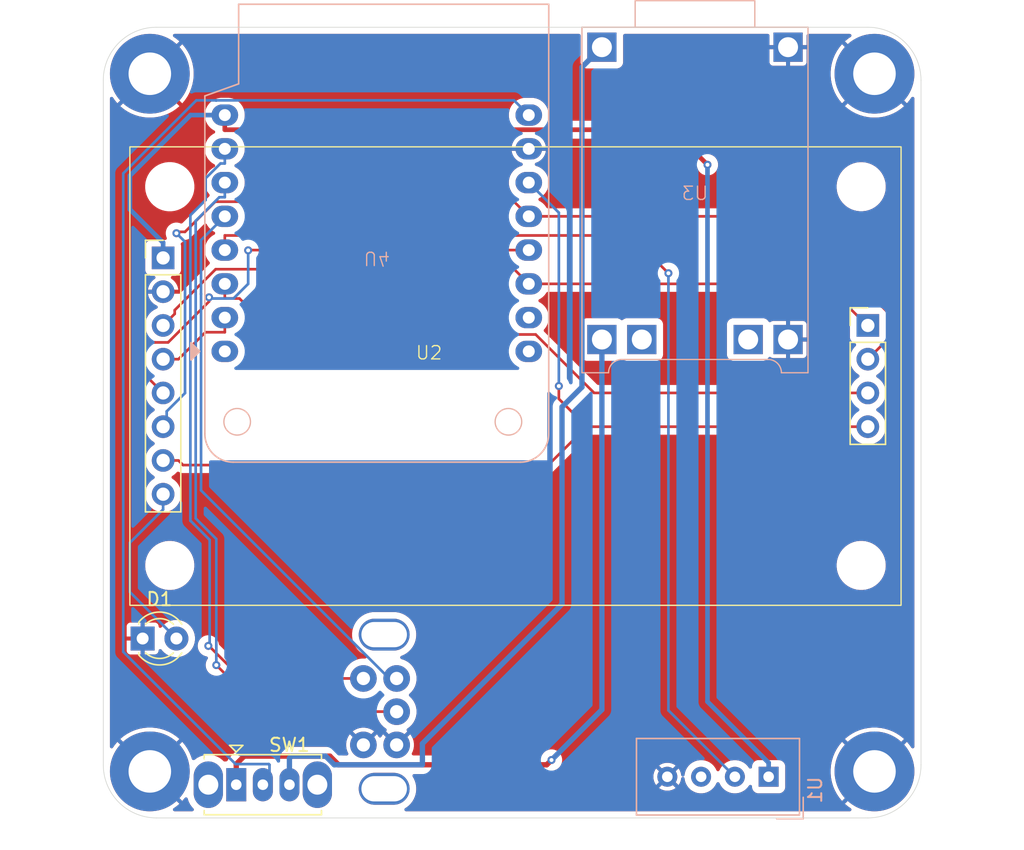
<source format=kicad_pcb>
(kicad_pcb (version 20241129) (generator "pcbnew") (generator_version "8.99")
  (layers (0 "F.Cu" signal) (2 "B.Cu" signal) (13 "F.Paste" user) (15 "B.Paste" user) (5 "F.SilkS" user "F.Silkscreen") (7 "B.SilkS" user "B.Silkscreen") (1 "F.Mask" user) (3 "B.Mask" user) (25 "Edge.Cuts" user))
  (net 0 "")
  (net 1 "CS")
  (net 2 "D{slash}C")
  (net 3 "+3V3")
  (net 4 "MOSI")
  (net 5 "GND")
  (net 6 "SCK")
  (net 7 "EN")
  (net 8 "MISO")
  (net 9 "Net-(U2-LED)")
  (net 10 "VCC")
  (net 11 "+BATT")
  (net 12 "-BATT")
  (net 13 "TP_input")
  (net 16 "DATA")
  (net 18 "ENC_B")
  (net 20 "Net-(SW1-B)")
  (net 21 "ENC_A")
  (net 22 "ENC_C")
  (footprint "Asylum:TFT_ST7735_SD" (layer "F.Cu") (at 137.5 63.5)
    (property "Reference" "U2" (at 0 -1.5 0) (layer "F.SilkS") (effects (font (thickness 0.1))))
    (property "Value" "TFT_ST7735_SD")
    (fp_line (start -21.33 -9.97) (end -20 -9.97) (stroke (width 0.12)) (layer "F.SilkS"))
    (fp_line (start -21.33 -8.64) (end -21.33 -9.97) (stroke (width 0.12)) (layer "F.SilkS"))
    (fp_line (start -21.33 -7.37) (end -21.33 10.47) (stroke (width 0.12)) (layer "F.SilkS"))
    (fp_line (start -21.33 -7.37) (end -18.67 -7.37) (stroke (width 0.12)) (layer "F.SilkS"))
    (fp_line (start -21.33 10.47) (end -18.67 10.47) (stroke (width 0.12)) (layer "F.SilkS"))
    (fp_line (start -18.67 -7.37) (end -18.67 10.47) (stroke (width 0.12)) (layer "F.SilkS"))
    (fp_line (start 31.67 -4.89) (end 33 -4.89) (stroke (width 0.12)) (layer "F.SilkS"))
    (fp_line (start 31.67 -3.56) (end 31.67 -4.89) (stroke (width 0.12)) (layer "F.SilkS"))
    (fp_line (start 31.67 -2.29) (end 31.67 5.39) (stroke (width 0.12)) (layer "F.SilkS"))
    (fp_line (start 31.67 -2.29) (end 34.33 -2.29) (stroke (width 0.12)) (layer "F.SilkS"))
    (fp_line (start 31.67 5.39) (end 34.33 5.39) (stroke (width 0.12)) (layer "F.SilkS"))
    (fp_line (start 34.33 -2.29) (end 34.33 5.39) (stroke (width 0.12)) (layer "F.SilkS"))
    (fp_rect (start -22.5 -17) (end 35.5 17.5) (stroke (width 0.1)) (fill no) (layer "F.SilkS"))
    (pad "" np_thru_hole circle (at -19.5 -14) (size 3.2 3.2) (drill 3.2) (layers "*.Cu" "*.Mask"))
    (pad "" np_thru_hole circle (at -19.5 14.5) (size 3.2 3.2) (drill 3.2) (layers "*.Cu" "*.Mask"))
    (pad "" np_thru_hole circle (at 32.5 -14) (size 3.2 3.2) (drill 3.2) (layers "*.Cu" "*.Mask"))
    (pad "" np_thru_hole circle (at 32.5 14.5) (size 3.2 3.2) (drill 3.2) (layers "*.Cu" "*.Mask"))
    (pad "1" thru_hole rect (at -20 -8.64) (size 1.7 1.7) (drill 1) (layers "*.Cu" "*.Mask") (net 3 "+3V3"))
    (pad "2" thru_hole oval (at -20 -6.1) (size 1.7 1.7) (drill 1) (layers "*.Cu" "*.Mask") (net 5 "GND"))
    (pad "3" thru_hole oval (at -20 -3.56) (size 1.7 1.7) (drill 1) (layers "*.Cu" "*.Mask") (net 1 "CS"))
    (pad "4" thru_hole oval (at -20 -1.02) (size 1.7 1.7) (drill 1) (layers "*.Cu" "*.Mask") (net 7 "EN"))
    (pad "5" thru_hole oval (at -20 1.52) (size 1.7 1.7) (drill 1) (layers "*.Cu" "*.Mask") (net 2 "D{slash}C"))
    (pad "6" thru_hole oval (at -20 4.06) (size 1.7 1.7) (drill 1) (layers "*.Cu" "*.Mask") (net 4 "MOSI"))
    (pad "7" thru_hole oval (at -20 6.6) (size 1.7 1.7) (drill 1) (layers "*.Cu" "*.Mask") (net 6 "SCK"))
    (pad "8" thru_hole oval (at -20 9.14) (size 1.7 1.7) (drill 1) (layers "*.Cu" "*.Mask") (net 9 "Net-(U2-LED)"))
    (pad "9" thru_hole rect (at 33 -3.56) (size 1.7 1.7) (drill 1) (layers "*.Cu" "*.Mask") (net 1 "CS"))
    (pad "10" thru_hole oval (at 33 -1.02) (size 1.7 1.7) (drill 1) (layers "*.Cu" "*.Mask") (net 4 "MOSI"))
    (pad "11" thru_hole oval (at 33 1.52) (size 1.7 1.7) (drill 1) (layers "*.Cu" "*.Mask") (net 8 "MISO"))
    (pad "12" thru_hole oval (at 33 4.06) (size 1.7 1.7) (drill 1) (layers "*.Cu" "*.Mask") (net 6 "SCK"))
  )
  (footprint "PCM_SL_Mechanical:MountingHole_3.2mm_Pad" (layer "F.Cu") (at 171 93.5)
    (property "Reference" "H2" (hide yes))
    (property "Value" "MountingHole_M3_3.2mm_Pad")
    (pad "1" thru_hole circle (at 0 0) (size 6 6) (drill 3.2) (layers "*.Cu" "*.Mask") (net 5 "GND"))
  )
  (footprint "ec11:RotaryEncoder_EC11B-Horizontal-Dual" (layer "F.Cu") (at 133.8125 89.0069 90)
    (property "Reference" "U5" (hide yes))
    (property "Value" "EC11B" (hide yes))
    (pad "" thru_hole oval (at -5.8 0.3125 90) (size 2.4 3.825) (drill oval 1.9 3.425) (layers "*.Cu" "*.Mask"))
    (pad "" thru_hole oval (at 5.8 0.3125 90) (size 2.4 3.825) (drill oval 1.9 3.425) (layers "*.Cu" "*.Mask"))
    (pad "A" thru_hole circle (at -2.5 1.25 90) (size 2 2) (drill 1) (layers "*.Cu" "*.Mask") (net 5 "GND"))
    (pad "B" thru_hole circle (at 2.5 1.25 90) (size 2 2) (drill 1) (layers "*.Cu" "*.Mask") (net 21 "ENC_A"))
    (pad "C" thru_hole circle (at 0 1.25 90) (size 2 2) (drill 1) (layers "*.Cu" "*.Mask") (net 18 "ENC_B"))
    (pad "S1" thru_hole circle (at -2.5 -1.25 90) (size 2 2) (drill 1) (layers "*.Cu" "*.Mask") (net 5 "GND"))
    (pad "S2" thru_hole circle (at 2.5 -1.25 90) (size 2 2) (drill 1) (layers "*.Cu" "*.Mask") (net 22 "ENC_C"))
  )
  (footprint "PCM_SL_Mechanical:MountingHole_3.2mm_Pad" (layer "F.Cu") (at 116.5 41)
    (property "Reference" "H3" (hide yes))
    (property "Value" "MountingHole_M3_3.2mm_Pad")
    (pad "1" thru_hole circle (at 0 0) (size 6 6) (drill 3.2) (layers "*.Cu" "*.Mask") (net 5 "GND"))
  )
  (footprint "PCM_SL_Mechanical:MountingHole_3.2mm_Pad" (layer "F.Cu") (at 171 41)
    (property "Reference" "H4" (hide yes))
    (property "Value" "MountingHole_M3_3.2mm_Pad")
    (pad "1" thru_hole circle (at 0 0) (size 6 6) (drill 3.2) (layers "*.Cu" "*.Mask") (net 5 "GND"))
  )
  (footprint "PCM_SL_Mechanical:MountingHole_3.2mm_Pad" (layer "F.Cu") (at 116.5 93.5)
    (property "Reference" "H1" (hide yes))
    (property "Value" "MountingHole_M3_3.2mm_Pad")
    (pad "1" thru_hole circle (at 0 0) (size 6 6) (drill 3.2) (layers "*.Cu" "*.Mask") (net 5 "GND"))
  )
  (footprint "Button_Switch_THT:SW_Slide_SPDT_Straight_CK_OS102011MS2Q" (layer "F.Cu") (at 123 94.5)
    (property "Reference" "SW1" (at 3.99 -2.99 0) (layer "F.SilkS"))
    (property "Value" "SW_SPDT")
    (fp_line (start -2.41 -2.26) (end 6.41 -2.26) (stroke (width 0.12)) (layer "F.SilkS"))
    (fp_line (start -2.41 -1.95) (end -2.41 -2.26) (stroke (width 0.12)) (layer "F.SilkS"))
    (fp_line (start -2.41 2.26) (end -2.41 1.95) (stroke (width 0.12)) (layer "F.SilkS"))
    (fp_line (start -0.5 -2.96) (end 0 -2.46) (stroke (width 0.12)) (layer "F.SilkS"))
    (fp_line (start 0 -2.46) (end 0.5 -2.96) (stroke (width 0.12)) (layer "F.SilkS"))
    (fp_line (start 0.5 -2.96) (end -0.5 -2.96) (stroke (width 0.12)) (layer "F.SilkS"))
    (fp_line (start 6.41 -2.26) (end 6.41 -1.95) (stroke (width 0.12)) (layer "F.SilkS"))
    (fp_line (start 6.41 2.26) (end -2.41 2.26) (stroke (width 0.12)) (layer "F.SilkS"))
    (fp_line (start 6.41 2.26) (end 6.41 1.95) (stroke (width 0.12)) (layer "F.SilkS"))
    (pad "" thru_hole oval (at -2.1 0) (size 2.2 3.5) (drill 1.5) (layers "*.Cu" "*.Mask"))
    (pad "" thru_hole oval (at 6.1 0) (size 2.2 3.5) (drill 1.5) (layers "*.Cu" "*.Mask"))
    (pad "1" thru_hole rect (at 0 0) (size 1.5 2.5) (drill 0.8) (layers "*.Cu" "*.Mask") (net 10 "VCC"))
    (pad "2" thru_hole oval (at 2 0) (size 1.5 2.5) (drill 0.8) (layers "*.Cu" "*.Mask") (net 20 "Net-(SW1-B)"))
    (pad "3" thru_hole oval (at 4 0) (size 1.5 2.5) (drill 0.8) (layers "*.Cu" "*.Mask") (net 13 "TP_input"))
  )
  (footprint "LED_THT:LED_D3.0mm" (layer "F.Cu") (at 115.96 83.5)
    (property "Reference" "D1" (at 1.27 -2.96 0) (layer "F.SilkS"))
    (property "Value" "LED_3mm")
    (fp_line (start -0.29 -1.236) (end -0.29 -1.08) (stroke (width 0.12)) (layer "F.SilkS"))
    (fp_line (start -0.29 1.08) (end -0.29 1.236) (stroke (width 0.12)) (layer "F.SilkS"))
    (fp_arc (start -0.29 -1.235516) (mid 1.365624 -1.987701) (end 2.941397 -1.080061) (stroke (width 0.12)) (layer "F.SilkS"))
    (fp_arc (start 0.229039 -1.08) (mid 1.269965 -1.5) (end 2.31091 -1.080049) (stroke (width 0.12)) (layer "F.SilkS"))
    (fp_arc (start 2.31091 1.080049) (mid 1.269965 1.5) (end 0.229039 1.08) (stroke (width 0.12)) (layer "F.SilkS"))
    (fp_arc (start 2.941397 1.080061) (mid 1.365624 1.987701) (end -0.29 1.235516) (stroke (width 0.12)) (layer "F.SilkS"))
    (pad "1" thru_hole rect (at 0 0) (size 1.8 1.8) (drill 0.9) (layers "*.Cu" "*.Mask") (net 5 "GND"))
    (pad "2" thru_hole circle (at 2.54 0) (size 1.8 1.8) (drill 0.9) (layers "*.Cu" "*.Mask") (net 9 "Net-(U2-LED)"))
  )
  (footprint "Asylum:WEMOS_C3_mini" (layer "B.Cu") (at 133.57 54.39)
    (property "Reference" "U4" (at 0 0.5 180) (layer "B.SilkS") (effects (font (thickness 0.1)) (justify mirror)))
    (property "Value" "WEMOS_C3_Mini")
    (fp_line (start -12.93 -11.72) (end -12.93 13.71) (stroke (width 0.12)) (layer "B.SilkS"))
    (fp_line (start -12.93 -11.72) (end -10.39 -12.63) (stroke (width 0.12)) (layer "B.SilkS"))
    (fp_line (start -10.39 -18.62) (end 12.93 -18.62) (stroke (width 0.12)) (layer "B.SilkS"))
    (fp_line (start -10.39 -12.63) (end -10.39 -18.62) (stroke (width 0.12)) (layer "B.SilkS"))
    (fp_line (start 10.81 15.84) (end -10.8 15.84) (stroke (width 0.12)) (layer "B.SilkS"))
    (fp_line (start 12.93 -18.62) (end 12.93 13.71) (stroke (width 0.12)) (layer "B.SilkS"))
    (fp_arc (start -10.8 15.84) (mid -12.306137 15.216137) (end -12.93 13.71) (stroke (width 0.12)) (layer "B.SilkS"))
    (fp_arc (start 12.93 13.71) (mid 12.306137 15.216137) (end 10.8 15.84) (stroke (width 0.12)) (layer "B.SilkS"))
    (fp_circle (center -10.5 12.8) (end -9.5 12.8) (stroke (width 0.1)) (fill no) (layer "B.SilkS"))
    (fp_circle (center 9.9 12.8) (end 10.9 12.8) (stroke (width 0.1)) (fill no) (layer "B.SilkS"))
    (fp_poly (pts (xy -13.97 8.135) (xy -13.97 6.865) (xy -13.335 7.5)) (stroke (width 0.15)) (fill yes) (layer "B.SilkS"))
    (pad "1" thru_hole oval (at -11.43 7.5) (size 2 1.6) (drill 0.9) (layers "F&B.Cu" "*.Mask"))
    (pad "2" thru_hole oval (at -11.43 4.96) (size 2 1.6) (drill 0.9) (layers "F&B.Cu" "*.Mask") (net 7 "EN"))
    (pad "3" thru_hole oval (at -11.43 2.42) (size 2 1.6) (drill 0.9) (layers "F&B.Cu" "*.Mask") (net 8 "MISO"))
    (pad "4" thru_hole oval (at -11.43 -0.12) (size 2 1.6) (drill 0.9) (layers "F&B.Cu" "*.Mask") (net 16 "DATA"))
    (pad "5" thru_hole oval (at -11.43 -2.66) (size 2 1.6) (drill 0.9) (layers "F&B.Cu" "*.Mask") (net 21 "ENC_A"))
    (pad "6" thru_hole oval (at -11.43 -5.2) (size 2 1.6) (drill 0.9) (layers "F&B.Cu" "*.Mask") (net 18 "ENC_B"))
    (pad "7" thru_hole oval (at -11.43 -7.74) (size 2 1.6) (drill 0.9) (layers "F&B.Cu" "*.Mask") (net 22 "ENC_C"))
    (pad "8" thru_hole oval (at -11.43 -10.28) (size 2 1.6) (drill 0.9) (layers "F&B.Cu" "*.Mask") (net 3 "+3V3"))
    (pad "9" thru_hole oval (at 11.43 -10.28) (size 2 1.6) (drill 0.9) (layers "F&B.Cu" "*.Mask") (net 20 "Net-(SW1-B)"))
    (pad "10" thru_hole oval (at 11.43 -7.74) (size 2 1.6) (drill 0.9) (layers "F&B.Cu" "*.Mask") (net 5 "GND"))
    (pad "11" thru_hole oval (at 11.43 -5.2) (size 2 1.6) (drill 0.9) (layers "F&B.Cu" "*.Mask") (net 6 "SCK"))
    (pad "12" thru_hole oval (at 11.43 -2.66) (size 2 1.6) (drill 0.9) (layers "F&B.Cu" "*.Mask") (net 4 "MOSI"))
    (pad "13" thru_hole oval (at 11.43 -0.12) (size 2 1.6) (drill 0.9) (layers "F&B.Cu" "*.Mask") (net 2 "D{slash}C"))
    (pad "14" thru_hole oval (at 11.43 2.42) (size 2 1.6) (drill 0.9) (layers "F&B.Cu" "*.Mask") (net 1 "CS"))
    (pad "15" thru_hole oval (at 11.43 4.96) (size 2 1.6) (drill 0.9) (layers "F&B.Cu" "*.Mask"))
    (pad "16" thru_hole oval (at 11.43 7.5) (size 2 1.6) (drill 0.9) (layers "F&B.Cu" "*.Mask"))
    (zone (net 0) (net_name "") (layers "F&B.Cu") (name "No Copper") (connect_pads (clearance 0)) (min_thickness 0.25)
      (keepout (tracks not_allowed) (vias not_allowed) (pads not_allowed) (copperpour not_allowed) (footprints not_allowed))
      (fill (thermal_gap 0.5) (thermal_bridge_width 0.5))
      (polygon (pts (xy 120.79 70.09) (xy 146.39 70.09) (xy 146.39 63.29) (xy 120.79 63.29)))
    )
  )
  (footprint "Asylum:TP4056" (layer "B.Cu") (at 157.5 50.5 180)
    (property "Reference" "U3" (at 0 0.5 0) (layer "B.SilkS") (effects (font (thickness 0.1)) (justify mirror)))
    (property "Value" "~")
    (fp_line (start 8.5 13) (end 8.5 -13) (stroke (width 0.1)) (layer "B.SilkS"))
    (fp_line (start 8.5 -13) (end 6.5 -13) (stroke (width 0.1)) (layer "B.SilkS"))
    (fp_line (start -5.5 -12) (end 5.5 -12) (stroke (width 0.1)) (layer "B.SilkS"))
    (fp_line (start -6.5 -13) (end -8.5 -13) (stroke (width 0.1)) (layer "B.SilkS"))
    (fp_line (start -8.5 13) (end 8.5 13) (stroke (width 0.1)) (layer "B.SilkS"))
    (fp_line (start -8.5 13) (end -8.5 -13) (stroke (width 0.1)) (layer "B.SilkS"))
    (fp_rect (start -4.5 15) (end 4.5 13) (stroke (width 0.1)) (fill no) (layer "B.SilkS"))
    (fp_arc (start 6.5 -13) (mid 6.207107 -12.292893) (end 5.5 -12) (stroke (width 0.1)) (layer "B.SilkS"))
    (fp_arc (start -5.5 -12) (mid -6.207107 -12.292893) (end -6.5 -13) (stroke (width 0.1)) (layer "B.SilkS"))
    (pad "0" thru_hole rect (at 4 -10.5 90) (size 2.2 2.2) (drill 1.5) (layers "F&B.Cu" "*.Mask") (net 11 "+BATT"))
    (pad "1" thru_hole rect (at -4 -10.5 90) (size 2.2 2.2) (drill 1.5) (layers "F&B.Cu" "*.Mask") (net 12 "-BATT"))
    (pad "2" thru_hole rect (at 7 -10.5 90) (size 2.2 2.2) (drill 1.5) (layers "F&B.Cu" "*.Mask") (net 10 "VCC"))
    (pad "3" thru_hole rect (at -7 -10.5 90) (size 2.2 2.2) (drill 1.5) (layers "F&B.Cu" "*.Mask") (net 5 "GND"))
    (pad "4" thru_hole rect (at 7 11.5 90) (size 2.2 2.2) (drill 1.5) (layers "F&B.Cu" "*.Mask") (net 13 "TP_input"))
    (pad "5" thru_hole rect (at -7 11.5 90) (size 2.2 2.2) (drill 1.5) (layers "F&B.Cu" "*.Mask") (net 5 "GND"))
  )
  (footprint "Sensor:Aosong_DHT11_5.5x12.0_P2.54mm" (layer "B.Cu") (at 163.04 93.9025 90)
    (property "Reference" "U1" (at -1 3.5 90) (layer "B.SilkS") (effects (justify mirror)))
    (property "Value" "DHT11")
    (fp_line (start 2.88 -9.94) (end -2.88 -9.94) (stroke (width 0.12)) (layer "B.SilkS"))
    (fp_line (start -2.88 -9.94) (end -2.88 2.31) (stroke (width 0.12)) (layer "B.SilkS"))
    (fp_line (start 2.88 2.32) (end 2.88 -9.94) (stroke (width 0.12)) (layer "B.SilkS"))
    (fp_line (start -2.87 2.32) (end 2.87 2.32) (stroke (width 0.12)) (layer "B.SilkS"))
    (fp_line (start -3.16 2.6) (end -3.16 0.6) (stroke (width 0.12)) (layer "B.SilkS"))
    (fp_line (start -3.16 2.6) (end -1.55 2.6) (stroke (width 0.12)) (layer "B.SilkS"))
    (pad "1" thru_hole rect (at 0 0 90) (size 1.5 1.5) (drill 0.8) (layers "F&B.Cu" "*.Mask") (net 3 "+3V3"))
    (pad "2" thru_hole circle (at 0 -2.54 90) (size 1.5 1.5) (drill 0.8) (layers "F&B.Cu" "*.Mask") (net 16 "DATA"))
    (pad "3" thru_hole circle (at 0 -5.08 90) (size 1.5 1.5) (drill 0.8) (layers "F&B.Cu" "*.Mask"))
    (pad "4" thru_hole circle (at 0 -7.62 90) (size 1.5 1.5) (drill 0.8) (layers "F&B.Cu" "*.Mask") (net 5 "GND"))
  )
  (gr_line (start 170.5 97) (end 117 97) (stroke (width 0.05)) (layer "Edge.Cuts"))
  (gr_arc (start 117 97) (mid 114.171573 95.828427) (end 113 93) (stroke (width 0.05)) (layer "Edge.Cuts"))
  (gr_arc (start 174.5 93) (mid 173.328427 95.828427) (end 170.5 97) (stroke (width 0.05)) (layer "Edge.Cuts"))
  (gr_line (start 174.5 41.5) (end 174.5 93) (stroke (width 0.05)) (layer "Edge.Cuts"))
  (gr_arc (start 113 41.5) (mid 114.171573 38.671573) (end 117 37.5) (stroke (width 0.05)) (layer "Edge.Cuts"))
  (gr_arc (start 170.5 37.5) (mid 173.328427 38.671573) (end 174.5 41.5) (stroke (width 0.05)) (layer "Edge.Cuts"))
  (gr_line (start 117 37.5) (end 170.5 37.5) (stroke (width 0.05)) (layer "Edge.Cuts"))
  (gr_line (start 113 93) (end 113 41.5) (stroke (width 0.05)) (layer "Edge.Cuts"))
  (segment (start 118.372 59.068) (end 118.372 58.7883) (width 0.2) (layer "F.Cu") (net 1))
  (segment (start 170.5 59.94) (end 170.44 59.94) (width 0.2) (layer "F.Cu") (net 1))
  (segment (start 166.218 56.81) (end 145 56.81) (width 0.2) (layer "F.Cu") (net 1))
  (segment (start 167.31 56.81) (end 166.218 56.81) (width 0.2) (layer "F.Cu") (net 1))
  (segment (start 117.5 59.94) (end 118.372 59.068) (width 0.2) (layer "F.Cu") (net 1))
  (segment (start 118.372 58.7883) (end 121.452 55.7083) (width 0.2) (layer "F.Cu") (net 1))
  (segment (start 121.452 55.7083) (end 143.8983 55.7083) (width 0.2) (layer "F.Cu") (net 1))
  (segment (start 170.44 59.94) (end 167.31 56.81) (width 0.2) (layer "F.Cu") (net 1))
  (segment (start 143.8983 55.7083) (end 145 56.81) (width 0.2) (layer "F.Cu") (net 1))
  (segment (start 116 63.52) (end 116 61.848) (width 0.2) (layer "F.Cu") (net 2))
  (segment (start 117.878138 61.216062) (end 120.954 58.1402) (width 0.2) (layer "F.Cu") (net 2))
  (segment (start 145 54.27) (end 123.915 54.27) (width 0.2) (layer "F.Cu") (net 2))
  (segment (start 116.631938 61.216062) (end 116.874911 61.216062) (width 0.2) (layer "F.Cu") (net 2))
  (segment (start 123.915 54.27) (end 123.896 54.2891) (width 0.2) (layer "F.Cu") (net 2))
  (segment (start 117.5 65.02) (end 116 63.52) (width 0.2) (layer "F.Cu") (net 2))
  (segment (start 116.874911 61.216062) (end 117.878138 61.216062) (width 0.2) (layer "F.Cu") (net 2))
  (segment (start 120.954 58.1402) (end 120.954 57.8242) (width 0.2) (layer "F.Cu") (net 2))
  (segment (start 116 61.848) (end 116.631938 61.216062) (width 0.2) (layer "F.Cu") (net 2))
  (via (at 120.954 57.8242) (size 0.6) (drill 0.3) (layers "F.Cu" "B.Cu") (net 2))
  (via (at 123.896 54.2891) (size 0.6) (drill 0.3) (layers "F.Cu" "B.Cu") (net 2))
  (segment (start 123.896 54.2891) (end 123.896 56.812) (width 0.2) (layer "B.Cu") (net 2))
  (segment (start 121.041 57.9117) (end 120.954 57.8242) (width 0.2) (layer "B.Cu") (net 2))
  (segment (start 122.796 57.9117) (end 121.041 57.9117) (width 0.2) (layer "B.Cu") (net 2))
  (segment (start 123.896 56.812) (end 122.796 57.9117) (width 0.2) (layer "B.Cu") (net 2))
  (segment (start 122.14 44.11) (end 122.14 45.2117) (width 0.35) (layer "F.Cu") (net 3))
  (segment (start 122.14 45.2117) (end 155.805 45.2117) (width 0.35) (layer "F.Cu") (net 3))
  (segment (start 155.805 45.2117) (end 158.441 47.8475) (width 0.35) (layer "F.Cu") (net 3))
  (via (at 158.441 47.8475) (size 0.6) (drill 0.3) (layers "F.Cu" "B.Cu") (net 3))
  (segment (start 119.563166 44.11) (end 122.14 44.11) (width 0.35) (layer "B.Cu") (net 3))
  (segment (start 163.04 93.9025) (end 163.04 92.8508) (width 0.35) (layer "B.Cu") (net 3))
  (segment (start 115 51.2083) (end 115 48.673166) (width 0.35) (layer "B.Cu") (net 3))
  (segment (start 117.5 54.86) (end 117.5 53.7083) (width 0.35) (layer "B.Cu") (net 3))
  (segment (start 158.441 88.2514) (end 158.441 47.8475) (width 0.35) (layer "B.Cu") (net 3))
  (segment (start 163.04 92.8508) (end 158.441 88.2514) (width 0.35) (layer "B.Cu") (net 3))
  (segment (start 117.5 53.7083) (end 115 51.2083) (width 0.35) (layer "B.Cu") (net 3))
  (segment (start 115 48.673166) (end 119.563166 44.11) (width 0.35) (layer "B.Cu") (net 3))
  (segment (start 118.6031 52.8969) (end 119.147 52.8969) (width 0.2) (layer "F.Cu") (net 4))
  (segment (start 121.415 50.6283) (end 143.8983 50.6283) (width 0.2) (layer "F.Cu") (net 4))
  (segment (start 143.8983 50.6283) (end 145 51.73) (width 0.2) (layer "F.Cu") (net 4))
  (segment (start 118.5 53) (end 118.6031 52.8969) (width 0.2) (layer "F.Cu") (net 4))
  (segment (start 164.773197 51.73) (end 172 58.956803) (width 0.2) (layer "F.Cu") (net 4))
  (segment (start 145 51.73) (end 164.773197 51.73) (width 0.2) (layer "F.Cu") (net 4))
  (segment (start 172 58.956803) (end 172 60.98) (width 0.2) (layer "F.Cu") (net 4))
  (segment (start 119.147 52.8969) (end 121.415 50.6283) (width 0.2) (layer "F.Cu") (net 4))
  (segment (start 172 60.98) (end 170.5 62.48) (width 0.2) (layer "F.Cu") (net 4))
  (via (at 118.5 53) (size 0.6) (drill 0.3) (layers "F.Cu" "B.Cu") (net 4))
  (segment (start 119.147 53.647) (end 119.147 65.03) (width 0.2) (layer "B.Cu") (net 4))
  (segment (start 118.5 53) (end 119.147 53.647) (width 0.2) (layer "B.Cu") (net 4))
  (segment (start 117.768 67.292) (end 117.5 67.56) (width 0.2) (layer "B.Cu") (net 4))
  (segment (start 117.768 66.4083) (end 117.768 67.292) (width 0.2) (layer "B.Cu") (net 4))
  (segment (start 119.147 65.03) (end 117.768 66.4083) (width 0.2) (layer "B.Cu") (net 4))
  (segment (start 149.35 67.56) (end 170.5 67.56) (width 0.2) (layer "F.Cu") (net 6))
  (segment (start 118.652 70.1) (end 117.5 70.1) (width 0.2) (layer "F.Cu") (net 6))
  (segment (start 149.35 67.56) (end 146.463 70.4474) (width 0.2) (layer "F.Cu") (net 6))
  (segment (start 149.35 67.5543) (end 149.35 67.56) (width 0.2) (layer "F.Cu") (net 6))
  (segment (start 147.262 65.4663) (end 149.35 67.5543) (width 0.2) (layer "F.Cu") (net 6))
  (segment (start 146.463 70.4474) (end 118.999 70.4474) (width 0.2) (layer "F.Cu") (net 6))
  (segment (start 147.262 64.5) (end 147.262 65.4663) (width 0.2) (layer "F.Cu") (net 6))
  (segment (start 118.999 70.4474) (end 118.652 70.1) (width 0.2) (layer "F.Cu") (net 6))
  (via (at 147.262 64.5) (size 0.6) (drill 0.3) (layers "F.Cu" "B.Cu") (net 6))
  (segment (start 147.262 64.5) (end 147.262 51.452) (width 0.2) (layer "B.Cu") (net 6))
  (segment (start 147.262 51.452) (end 145 49.19) (width 0.2) (layer "B.Cu") (net 6))
  (segment (start 122.14 60.4517) (end 122.14 59.35) (width 0.2) (layer "F.Cu") (net 7))
  (segment (start 120.68 60.4517) (end 122.14 60.4517) (width 0.2) (layer "F.Cu") (net 7))
  (segment (start 117.5 62.48) (end 118.652 62.48) (width 0.2) (layer "F.Cu") (net 7))
  (segment (start 118.652 62.48) (end 120.68 60.4517) (width 0.2) (layer "F.Cu") (net 7))
  (segment (start 125.95 60.62) (end 145.518 60.62) (width 0.2) (layer "F.Cu") (net 8))
  (segment (start 122.14 57.9117) (end 123.242 57.9117) (width 0.2) (layer "F.Cu") (net 8))
  (segment (start 123.242 57.9117) (end 125.95 60.62) (width 0.2) (layer "F.Cu") (net 8))
  (segment (start 149.918 65.02) (end 170.5 65.02) (width 0.2) (layer "F.Cu") (net 8))
  (segment (start 122.14 56.81) (end 122.14 57.9117) (width 0.2) (layer "F.Cu") (net 8))
  (segment (start 145.518 60.62) (end 149.918 65.02) (width 0.2) (layer "F.Cu") (net 8))
  (segment (start 117.5 73.7917) (end 115 76.2917) (width 0.2) (layer "B.Cu") (net 9))
  (segment (start 115 76.2917) (end 115 80) (width 0.2) (layer "B.Cu") (net 9))
  (segment (start 117.5 72.64) (end 117.5 73.7917) (width 0.2) (layer "B.Cu") (net 9))
  (segment (start 115 80) (end 118.5 83.5) (width 0.2) (layer "B.Cu") (net 9))
  (segment (start 130.042 92.349) (end 130.693 93) (width 0.4) (layer "F.Cu") (net 10))
  (segment (start 123 92.9483) (end 123.5993 92.349) (width 0.4) (layer "F.Cu") (net 10))
  (segment (start 123.5993 92.349) (end 130.042 92.349) (width 0.4) (layer "F.Cu") (net 10))
  (segment (start 146.3522 93) (end 146.518 92.8342) (width 0.4) (layer "F.Cu") (net 10))
  (segment (start 146.518 92.8342) (end 146.709 92.6431) (width 0.2) (layer "F.Cu") (net 10))
  (segment (start 130.693 93) (end 146.3522 93) (width 0.4) (layer "F.Cu") (net 10))
  (segment (start 123 94.5) (end 123 92.9483) (width 0.4) (layer "F.Cu") (net 10))
  (via (at 146.709 92.6431) (size 0.6) (drill 0.3) (layers "F.Cu" "B.Cu") (net 10))
  (segment (start 150.5 88.8519) (end 150.5 61) (width 0.4) (layer "B.Cu") (net 10))
  (segment (start 146.709 92.6431) (end 150.5 88.8519) (width 0.4) (layer "B.Cu") (net 10))
  (segment (start 129.721735 92.349) (end 130.372735 93) (width 0.4) (layer "B.Cu") (net 13))
  (segment (start 137 93) (end 137 91.409292) (width 0.4) (layer "B.Cu") (net 13))
  (segment (start 127 92.5) (end 127.151 92.349) (width 0.4) (layer "B.Cu") (net 13))
  (segment (start 137 91.409292) (end 147.5 80.909292) (width 0.4) (layer "B.Cu") (net 13))
  (segment (start 127 94.5) (end 127 92.5) (width 0.4) (layer "B.Cu") (net 13))
  (segment (start 147.5 80.909292) (end 147.5 66.0665) (width 0.4) (layer "B.Cu") (net 13))
  (segment (start 149 64.577443) (end 147.510943 66.0665) (width 0.4) (layer "B.Cu") (net 13))
  (segment (start 127.151 92.349) (end 129.721735 92.349) (width 0.4) (layer "B.Cu") (net 13))
  (segment (start 130.372735 93) (end 137 93) (width 0.4) (layer "B.Cu") (net 13))
  (segment (start 150.5 39) (end 149 40.5) (width 0.4) (layer "B.Cu") (net 13))
  (segment (start 149 40.5) (end 149 64.577443) (width 0.4) (layer "B.Cu") (net 13))
  (segment (start 152.661 53.1683) (end 155.502 56.01) (width 0.2) (layer "F.Cu") (net 16))
  (segment (start 122.14 54.27) (end 122.14 53.1683) (width 0.2) (layer "F.Cu") (net 16))
  (segment (start 122.14 53.1683) (end 152.661 53.1683) (width 0.2) (layer "F.Cu") (net 16))
  (via (at 155.502 56.01) (size 0.6) (drill 0.3) (layers "F.Cu" "B.Cu") (net 16))
  (segment (start 155.502 56.01) (end 155.502 88.905) (width 0.2) (layer "B.Cu") (net 16))
  (segment (start 155.502 88.905) (end 160.5 93.9025) (width 0.2) (layer "B.Cu") (net 16))
  (segment (start 134.747 89.3222) (end 134.7472 89.3222) (width 0.2) (layer "F.Cu") (net 18))
  (segment (start 134.4248 89) (end 134.4317 89.0069) (width 0.2) (layer "F.Cu") (net 18))
  (segment (start 125 89) (end 134.4248 89) (width 0.2) (layer "F.Cu") (net 18))
  (segment (start 121.5 85.5) (end 125 89) (width 0.2) (layer "F.Cu") (net 18))
  (segment (start 134.4317 89.0069) (end 135.0625 89.0069) (width 0.2) (layer "F.Cu") (net 18))
  (segment (start 134.7472 89.3222) (end 135.0625 89.0069) (width 0.2) (layer "F.Cu") (net 18))
  (segment (start 134.747 89.3222) (end 135.062 89.0069) (width 0.2) (layer "F.Cu") (net 18))
  (via (at 121.5 85.5) (size 0.6) (drill 0.3) (layers "F.Cu" "B.Cu") (net 18))
  (segment (start 121.5 85.5) (end 121.5 76.0107) (width 0.2) (layer "B.Cu") (net 18))
  (segment (start 119.95 74.4607) (end 119.95 54.2808) (width 0.2) (layer "B.Cu") (net 18))
  (segment (start 119.949 52.0697) (end 121.727 50.2917) (width 0.2) (layer "B.Cu") (net 18))
  (segment (start 122.14 50.2917) (end 122.14 49.19) (width 0.2) (layer "B.Cu") (net 18))
  (segment (start 121.727 50.2917) (end 122.14 50.2917) (width 0.2) (layer "B.Cu") (net 18))
  (segment (start 119.949 54.2798) (end 119.949 52.0697) (width 0.2) (layer "B.Cu") (net 18))
  (segment (start 121.5 76.0107) (end 119.95 74.4607) (width 0.2) (layer "B.Cu") (net 18))
  (segment (start 119.95 54.2808) (end 119.949 54.2798) (width 0.2) (layer "B.Cu") (net 18))
  (segment (start 121.491 43.009) (end 121.5 43) (width 0.2) (layer "B.Cu") (net 20))
  (segment (start 143.89 43) (end 145 44.11) (width 0.2) (layer "B.Cu") (net 20))
  (segment (start 121.483951 43.009) (end 121.491 43.009) (width 0.2) (layer "B.Cu") (net 20))
  (segment (start 125.5 94) (end 125.5 93) (width 0.2) (layer "B.Cu") (net 20))
  (segment (start 114.5 48.5) (end 120 43) (width 0.2) (layer "B.Cu") (net 20))
  (segment (start 125.449 92.949) (end 122.949 92.949) (width 0.2) (layer "B.Cu") (net 20))
  (segment (start 125.5 93) (end 125.449 92.949) (width 0.2) (layer "B.Cu") (net 20))
  (segment (start 114.5 84.5) (end 114.5 48.5) (width 0.2) (layer "B.Cu") (net 20))
  (segment (start 121.474951 43) (end 121.483951 43.009) (width 0.2) (layer "B.Cu") (net 20))
  (segment (start 122.949 92.949) (end 114.5 84.5) (width 0.2) (layer "B.Cu") (net 20))
  (segment (start 120 43) (end 121.474951 43) (width 0.2) (layer "B.Cu") (net 20))
  (segment (start 125 94.5) (end 125.5 94) (width 0.2) (layer "B.Cu") (net 20))
  (segment (start 121.5 43) (end 143.89 43) (width 0.2) (layer "B.Cu") (net 20))
  (segment (start 120.352 72.352) (end 134.5069 86.5069) (width 0.2) (layer "B.Cu") (net 21))
  (segment (start 120.35 53.52) (end 120.35 54.1137) (width 0.2) (layer "B.Cu") (net 21))
  (segment (start 120.35 54.1137) (end 120.351 54.1147) (width 0.2) (layer "B.Cu") (net 21))
  (segment (start 120.351 57.5741) (end 120.352 57.5751) (width 0.2) (layer "B.Cu") (net 21))
  (segment (start 120.352 57.5751) (end 120.352 72.352) (width 0.2) (layer "B.Cu") (net 21))
  (segment (start 120.351 54.1147) (end 120.351 57.5741) (width 0.2) (layer "B.Cu") (net 21))
  (segment (start 134.5069 86.5069) (end 135.0625 86.5069) (width 0.2) (layer "B.Cu") (net 21))
  (segment (start 122.14 51.73) (end 120.35 53.52) (width 0.2) (layer "B.Cu") (net 21))
  (segment (start 120.9 84.055209) (end 120.945309 84.055209) (width 0.2) (layer "F.Cu") (net 22))
  (segment (start 120.945309 84.055209) (end 123.397 86.5069) (width 0.2) (layer "F.Cu") (net 22))
  (segment (start 123.397 86.5069) (end 132.5625 86.5069) (width 0.2) (layer "F.Cu") (net 22))
  (via (at 120.9 84.055209) (size 0.6) (drill 0.3) (layers "F.Cu" "B.Cu") (net 22))
  (segment (start 120.9 84.055209) (end 121 83.955209) (width 0.2) (layer "B.Cu") (net 22))
  (segment (start 121 83.955209) (end 121 76.077795) (width 0.2) (layer "B.Cu") (net 22))
  (segment (start 122.14 47.7517) (end 122.14 46.65) (width 0.2) (layer "B.Cu") (net 22))
  (segment (start 119.549 57.2425) (end 119.548 57.2415) (width 0.2) (layer "B.Cu") (net 22))
  (segment (start 120.7 50.4967) (end 120.7 48.8632) (width 0.2) (layer "B.Cu") (net 22))
  (segment (start 120.7 48.8632) (end 121.812 47.7517) (width 0.2) (layer "B.Cu") (net 22))
  (segment (start 119.614035 74.691835) (end 119.549003 74.626805) (width 0.2) (layer "B.Cu") (net 22))
  (segment (start 119.783905 74.8617) (end 119.7839 74.8617) (width 0.2) (layer "B.Cu") (net 22))
  (segment (start 121.812 47.7517) (end 122.14 47.7517) (width 0.2) (layer "B.Cu") (net 22))
  (segment (start 121 76.077795) (end 119.783905 74.8617) (width 0.2) (layer "B.Cu") (net 22))
  (segment (start 119.549 74.460706) (end 119.548997 74.294607) (width 0.2) (layer "B.Cu") (net 22))
  (segment (start 119.548 57.2415) (end 119.548 51.6487) (width 0.2) (layer "B.Cu") (net 22))
  (segment (start 119.549003 74.626803) (end 119.549 74.6268) (width 0.2) (layer "B.Cu") (net 22))
  (segment (start 119.549003 74.626805) (end 119.549003 74.626803) (width 0.2) (layer "B.Cu") (net 22))
  (segment (start 119.548 51.6487) (end 120.7 50.4967) (width 0.2) (layer "B.Cu") (net 22))
  (segment (start 119.549 74.6268) (end 119.549 74.460706) (width 0.2) (layer "B.Cu") (net 22))
  (segment (start 119.7839 74.8617) (end 119.614035 74.691835) (width 0.2) (layer "B.Cu") (net 22))
  (segment (start 119.548997 74.294607) (end 119.549 74.294604) (width 0.2) (layer "B.Cu") (net 22))
  (segment (start 119.549 74.294604) (end 119.549 57.2425) (width 0.2) (layer "B.Cu") (net 22))
  (zone (net 5) (net_name "GND") (layers "F&B.Cu") (connect_pads (clearance 0.5)) (min_thickness 0.25) (fill yes (thermal_gap 0.3) (thermal_bridge_width 0.3))
    (polygon (pts (xy 113 37.5) (xy 174.5 37.5) (xy 174.5 97) (xy 113 97)))
  )
)
</source>
